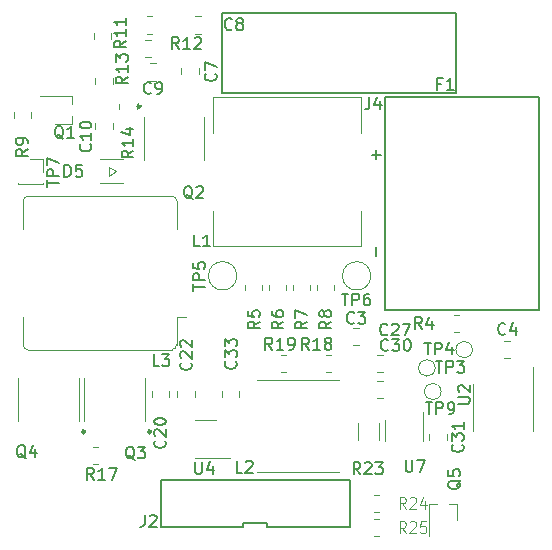
<source format=gbr>
%TF.GenerationSoftware,KiCad,Pcbnew,(6.0.4)*%
%TF.CreationDate,2023-01-27T10:26:40-05:00*%
%TF.ProjectId,charging_on_the_pad,63686172-6769-46e6-975f-6f6e5f746865,rev?*%
%TF.SameCoordinates,Original*%
%TF.FileFunction,Legend,Top*%
%TF.FilePolarity,Positive*%
%FSLAX46Y46*%
G04 Gerber Fmt 4.6, Leading zero omitted, Abs format (unit mm)*
G04 Created by KiCad (PCBNEW (6.0.4)) date 2023-01-27 10:26:40*
%MOMM*%
%LPD*%
G01*
G04 APERTURE LIST*
%ADD10C,0.152400*%
%ADD11C,0.150000*%
%ADD12C,0.120000*%
%ADD13C,0.260000*%
G04 APERTURE END LIST*
D10*
X154672571Y-97987047D02*
X154672571Y-97212952D01*
X155059619Y-97600000D02*
X154285523Y-97600000D01*
X154672571Y-106187047D02*
X154672571Y-105412952D01*
D11*
%TO.C,J2*%
X135059066Y-128108780D02*
X135059066Y-128823066D01*
X135011447Y-128965923D01*
X134916209Y-129061161D01*
X134773352Y-129108780D01*
X134678114Y-129108780D01*
X135487638Y-128204019D02*
X135535257Y-128156400D01*
X135630495Y-128108780D01*
X135868590Y-128108780D01*
X135963828Y-128156400D01*
X136011447Y-128204019D01*
X136059066Y-128299257D01*
X136059066Y-128394495D01*
X136011447Y-128537352D01*
X135440019Y-129108780D01*
X136059066Y-129108780D01*
%TO.C,C3*%
X152783333Y-111807142D02*
X152735714Y-111854761D01*
X152592857Y-111902380D01*
X152497619Y-111902380D01*
X152354761Y-111854761D01*
X152259523Y-111759523D01*
X152211904Y-111664285D01*
X152164285Y-111473809D01*
X152164285Y-111330952D01*
X152211904Y-111140476D01*
X152259523Y-111045238D01*
X152354761Y-110950000D01*
X152497619Y-110902380D01*
X152592857Y-110902380D01*
X152735714Y-110950000D01*
X152783333Y-110997619D01*
X153116666Y-110902380D02*
X153735714Y-110902380D01*
X153402380Y-111283333D01*
X153545238Y-111283333D01*
X153640476Y-111330952D01*
X153688095Y-111378571D01*
X153735714Y-111473809D01*
X153735714Y-111711904D01*
X153688095Y-111807142D01*
X153640476Y-111854761D01*
X153545238Y-111902380D01*
X153259523Y-111902380D01*
X153164285Y-111854761D01*
X153116666Y-111807142D01*
%TO.C,R23*%
X153306742Y-124644780D02*
X152973409Y-124168590D01*
X152735314Y-124644780D02*
X152735314Y-123644780D01*
X153116266Y-123644780D01*
X153211504Y-123692400D01*
X153259123Y-123740019D01*
X153306742Y-123835257D01*
X153306742Y-123978114D01*
X153259123Y-124073352D01*
X153211504Y-124120971D01*
X153116266Y-124168590D01*
X152735314Y-124168590D01*
X153687695Y-123740019D02*
X153735314Y-123692400D01*
X153830552Y-123644780D01*
X154068647Y-123644780D01*
X154163885Y-123692400D01*
X154211504Y-123740019D01*
X154259123Y-123835257D01*
X154259123Y-123930495D01*
X154211504Y-124073352D01*
X153640076Y-124644780D01*
X154259123Y-124644780D01*
X154592457Y-123644780D02*
X155211504Y-123644780D01*
X154878171Y-124025733D01*
X155021028Y-124025733D01*
X155116266Y-124073352D01*
X155163885Y-124120971D01*
X155211504Y-124216209D01*
X155211504Y-124454304D01*
X155163885Y-124549542D01*
X155116266Y-124597161D01*
X155021028Y-124644780D01*
X154735314Y-124644780D01*
X154640076Y-124597161D01*
X154592457Y-124549542D01*
%TO.C,L3*%
X136283333Y-115502380D02*
X135807142Y-115502380D01*
X135807142Y-114502380D01*
X136521428Y-114502380D02*
X137140476Y-114502380D01*
X136807142Y-114883333D01*
X136950000Y-114883333D01*
X137045238Y-114930952D01*
X137092857Y-114978571D01*
X137140476Y-115073809D01*
X137140476Y-115311904D01*
X137092857Y-115407142D01*
X137045238Y-115454761D01*
X136950000Y-115502380D01*
X136664285Y-115502380D01*
X136569047Y-115454761D01*
X136521428Y-115407142D01*
%TO.C,C30*%
X155657142Y-114107142D02*
X155609523Y-114154761D01*
X155466666Y-114202380D01*
X155371428Y-114202380D01*
X155228571Y-114154761D01*
X155133333Y-114059523D01*
X155085714Y-113964285D01*
X155038095Y-113773809D01*
X155038095Y-113630952D01*
X155085714Y-113440476D01*
X155133333Y-113345238D01*
X155228571Y-113250000D01*
X155371428Y-113202380D01*
X155466666Y-113202380D01*
X155609523Y-113250000D01*
X155657142Y-113297619D01*
X155990476Y-113202380D02*
X156609523Y-113202380D01*
X156276190Y-113583333D01*
X156419047Y-113583333D01*
X156514285Y-113630952D01*
X156561904Y-113678571D01*
X156609523Y-113773809D01*
X156609523Y-114011904D01*
X156561904Y-114107142D01*
X156514285Y-114154761D01*
X156419047Y-114202380D01*
X156133333Y-114202380D01*
X156038095Y-114154761D01*
X155990476Y-114107142D01*
X157228571Y-113202380D02*
X157323809Y-113202380D01*
X157419047Y-113250000D01*
X157466666Y-113297619D01*
X157514285Y-113392857D01*
X157561904Y-113583333D01*
X157561904Y-113821428D01*
X157514285Y-114011904D01*
X157466666Y-114107142D01*
X157419047Y-114154761D01*
X157323809Y-114202380D01*
X157228571Y-114202380D01*
X157133333Y-114154761D01*
X157085714Y-114107142D01*
X157038095Y-114011904D01*
X156990476Y-113821428D01*
X156990476Y-113583333D01*
X157038095Y-113392857D01*
X157085714Y-113297619D01*
X157133333Y-113250000D01*
X157228571Y-113202380D01*
%TO.C,R9*%
X125152380Y-97116666D02*
X124676190Y-97450000D01*
X125152380Y-97688095D02*
X124152380Y-97688095D01*
X124152380Y-97307142D01*
X124200000Y-97211904D01*
X124247619Y-97164285D01*
X124342857Y-97116666D01*
X124485714Y-97116666D01*
X124580952Y-97164285D01*
X124628571Y-97211904D01*
X124676190Y-97307142D01*
X124676190Y-97688095D01*
X125152380Y-96640476D02*
X125152380Y-96450000D01*
X125104761Y-96354761D01*
X125057142Y-96307142D01*
X124914285Y-96211904D01*
X124723809Y-96164285D01*
X124342857Y-96164285D01*
X124247619Y-96211904D01*
X124200000Y-96259523D01*
X124152380Y-96354761D01*
X124152380Y-96545238D01*
X124200000Y-96640476D01*
X124247619Y-96688095D01*
X124342857Y-96735714D01*
X124580952Y-96735714D01*
X124676190Y-96688095D01*
X124723809Y-96640476D01*
X124771428Y-96545238D01*
X124771428Y-96354761D01*
X124723809Y-96259523D01*
X124676190Y-96211904D01*
X124580952Y-96164285D01*
%TO.C,C31*%
X161957142Y-122142857D02*
X162004761Y-122190476D01*
X162052380Y-122333333D01*
X162052380Y-122428571D01*
X162004761Y-122571428D01*
X161909523Y-122666666D01*
X161814285Y-122714285D01*
X161623809Y-122761904D01*
X161480952Y-122761904D01*
X161290476Y-122714285D01*
X161195238Y-122666666D01*
X161100000Y-122571428D01*
X161052380Y-122428571D01*
X161052380Y-122333333D01*
X161100000Y-122190476D01*
X161147619Y-122142857D01*
X161052380Y-121809523D02*
X161052380Y-121190476D01*
X161433333Y-121523809D01*
X161433333Y-121380952D01*
X161480952Y-121285714D01*
X161528571Y-121238095D01*
X161623809Y-121190476D01*
X161861904Y-121190476D01*
X161957142Y-121238095D01*
X162004761Y-121285714D01*
X162052380Y-121380952D01*
X162052380Y-121666666D01*
X162004761Y-121761904D01*
X161957142Y-121809523D01*
X162052380Y-120238095D02*
X162052380Y-120809523D01*
X162052380Y-120523809D02*
X161052380Y-120523809D01*
X161195238Y-120619047D01*
X161290476Y-120714285D01*
X161338095Y-120809523D01*
%TO.C,R11*%
X133452380Y-87942857D02*
X132976190Y-88276190D01*
X133452380Y-88514285D02*
X132452380Y-88514285D01*
X132452380Y-88133333D01*
X132500000Y-88038095D01*
X132547619Y-87990476D01*
X132642857Y-87942857D01*
X132785714Y-87942857D01*
X132880952Y-87990476D01*
X132928571Y-88038095D01*
X132976190Y-88133333D01*
X132976190Y-88514285D01*
X133452380Y-86990476D02*
X133452380Y-87561904D01*
X133452380Y-87276190D02*
X132452380Y-87276190D01*
X132595238Y-87371428D01*
X132690476Y-87466666D01*
X132738095Y-87561904D01*
X133452380Y-86038095D02*
X133452380Y-86609523D01*
X133452380Y-86323809D02*
X132452380Y-86323809D01*
X132595238Y-86419047D01*
X132690476Y-86514285D01*
X132738095Y-86609523D01*
%TO.C,Q5*%
X161840019Y-125151638D02*
X161792400Y-125246876D01*
X161697161Y-125342114D01*
X161554304Y-125484971D01*
X161506685Y-125580209D01*
X161506685Y-125675447D01*
X161744780Y-125627828D02*
X161697161Y-125723066D01*
X161601923Y-125818304D01*
X161411447Y-125865923D01*
X161078114Y-125865923D01*
X160887638Y-125818304D01*
X160792400Y-125723066D01*
X160744780Y-125627828D01*
X160744780Y-125437352D01*
X160792400Y-125342114D01*
X160887638Y-125246876D01*
X161078114Y-125199257D01*
X161411447Y-125199257D01*
X161601923Y-125246876D01*
X161697161Y-125342114D01*
X161744780Y-125437352D01*
X161744780Y-125627828D01*
X160744780Y-124294495D02*
X160744780Y-124770685D01*
X161220971Y-124818304D01*
X161173352Y-124770685D01*
X161125733Y-124675447D01*
X161125733Y-124437352D01*
X161173352Y-124342114D01*
X161220971Y-124294495D01*
X161316209Y-124246876D01*
X161554304Y-124246876D01*
X161649542Y-124294495D01*
X161697161Y-124342114D01*
X161744780Y-124437352D01*
X161744780Y-124675447D01*
X161697161Y-124770685D01*
X161649542Y-124818304D01*
%TO.C,C4*%
X165593733Y-112748542D02*
X165546114Y-112796161D01*
X165403257Y-112843780D01*
X165308019Y-112843780D01*
X165165161Y-112796161D01*
X165069923Y-112700923D01*
X165022304Y-112605685D01*
X164974685Y-112415209D01*
X164974685Y-112272352D01*
X165022304Y-112081876D01*
X165069923Y-111986638D01*
X165165161Y-111891400D01*
X165308019Y-111843780D01*
X165403257Y-111843780D01*
X165546114Y-111891400D01*
X165593733Y-111939019D01*
X166450876Y-112177114D02*
X166450876Y-112843780D01*
X166212780Y-111796161D02*
X165974685Y-112510447D01*
X166593733Y-112510447D01*
%TO.C,TP3*%
X159688095Y-115052380D02*
X160259523Y-115052380D01*
X159973809Y-116052380D02*
X159973809Y-115052380D01*
X160592857Y-116052380D02*
X160592857Y-115052380D01*
X160973809Y-115052380D01*
X161069047Y-115100000D01*
X161116666Y-115147619D01*
X161164285Y-115242857D01*
X161164285Y-115385714D01*
X161116666Y-115480952D01*
X161069047Y-115528571D01*
X160973809Y-115576190D01*
X160592857Y-115576190D01*
X161497619Y-115052380D02*
X162116666Y-115052380D01*
X161783333Y-115433333D01*
X161926190Y-115433333D01*
X162021428Y-115480952D01*
X162069047Y-115528571D01*
X162116666Y-115623809D01*
X162116666Y-115861904D01*
X162069047Y-115957142D01*
X162021428Y-116004761D01*
X161926190Y-116052380D01*
X161640476Y-116052380D01*
X161545238Y-116004761D01*
X161497619Y-115957142D01*
%TO.C,U4*%
X139330495Y-123608780D02*
X139330495Y-124418304D01*
X139378114Y-124513542D01*
X139425733Y-124561161D01*
X139520971Y-124608780D01*
X139711447Y-124608780D01*
X139806685Y-124561161D01*
X139854304Y-124513542D01*
X139901923Y-124418304D01*
X139901923Y-123608780D01*
X140806685Y-123942114D02*
X140806685Y-124608780D01*
X140568590Y-123561161D02*
X140330495Y-124275447D01*
X140949542Y-124275447D01*
%TO.C,Q4*%
X124997161Y-123304019D02*
X124901923Y-123256400D01*
X124806685Y-123161161D01*
X124663828Y-123018304D01*
X124568590Y-122970685D01*
X124473352Y-122970685D01*
X124520971Y-123208780D02*
X124425733Y-123161161D01*
X124330495Y-123065923D01*
X124282876Y-122875447D01*
X124282876Y-122542114D01*
X124330495Y-122351638D01*
X124425733Y-122256400D01*
X124520971Y-122208780D01*
X124711447Y-122208780D01*
X124806685Y-122256400D01*
X124901923Y-122351638D01*
X124949542Y-122542114D01*
X124949542Y-122875447D01*
X124901923Y-123065923D01*
X124806685Y-123161161D01*
X124711447Y-123208780D01*
X124520971Y-123208780D01*
X125806685Y-122542114D02*
X125806685Y-123208780D01*
X125568590Y-122161161D02*
X125330495Y-122875447D01*
X125949542Y-122875447D01*
%TO.C,R6*%
X146794780Y-111723066D02*
X146318590Y-112056400D01*
X146794780Y-112294495D02*
X145794780Y-112294495D01*
X145794780Y-111913542D01*
X145842400Y-111818304D01*
X145890019Y-111770685D01*
X145985257Y-111723066D01*
X146128114Y-111723066D01*
X146223352Y-111770685D01*
X146270971Y-111818304D01*
X146318590Y-111913542D01*
X146318590Y-112294495D01*
X145794780Y-110865923D02*
X145794780Y-111056400D01*
X145842400Y-111151638D01*
X145890019Y-111199257D01*
X146032876Y-111294495D01*
X146223352Y-111342114D01*
X146604304Y-111342114D01*
X146699542Y-111294495D01*
X146747161Y-111246876D01*
X146794780Y-111151638D01*
X146794780Y-110961161D01*
X146747161Y-110865923D01*
X146699542Y-110818304D01*
X146604304Y-110770685D01*
X146366209Y-110770685D01*
X146270971Y-110818304D01*
X146223352Y-110865923D01*
X146175733Y-110961161D01*
X146175733Y-111151638D01*
X146223352Y-111246876D01*
X146270971Y-111294495D01*
X146366209Y-111342114D01*
%TO.C,R18*%
X148949542Y-114108780D02*
X148616209Y-113632590D01*
X148378114Y-114108780D02*
X148378114Y-113108780D01*
X148759066Y-113108780D01*
X148854304Y-113156400D01*
X148901923Y-113204019D01*
X148949542Y-113299257D01*
X148949542Y-113442114D01*
X148901923Y-113537352D01*
X148854304Y-113584971D01*
X148759066Y-113632590D01*
X148378114Y-113632590D01*
X149901923Y-114108780D02*
X149330495Y-114108780D01*
X149616209Y-114108780D02*
X149616209Y-113108780D01*
X149520971Y-113251638D01*
X149425733Y-113346876D01*
X149330495Y-113394495D01*
X150473352Y-113537352D02*
X150378114Y-113489733D01*
X150330495Y-113442114D01*
X150282876Y-113346876D01*
X150282876Y-113299257D01*
X150330495Y-113204019D01*
X150378114Y-113156400D01*
X150473352Y-113108780D01*
X150663828Y-113108780D01*
X150759066Y-113156400D01*
X150806685Y-113204019D01*
X150854304Y-113299257D01*
X150854304Y-113346876D01*
X150806685Y-113442114D01*
X150759066Y-113489733D01*
X150663828Y-113537352D01*
X150473352Y-113537352D01*
X150378114Y-113584971D01*
X150330495Y-113632590D01*
X150282876Y-113727828D01*
X150282876Y-113918304D01*
X150330495Y-114013542D01*
X150378114Y-114061161D01*
X150473352Y-114108780D01*
X150663828Y-114108780D01*
X150759066Y-114061161D01*
X150806685Y-114013542D01*
X150854304Y-113918304D01*
X150854304Y-113727828D01*
X150806685Y-113632590D01*
X150759066Y-113584971D01*
X150663828Y-113537352D01*
%TO.C,C9*%
X135583333Y-92357142D02*
X135535714Y-92404761D01*
X135392857Y-92452380D01*
X135297619Y-92452380D01*
X135154761Y-92404761D01*
X135059523Y-92309523D01*
X135011904Y-92214285D01*
X134964285Y-92023809D01*
X134964285Y-91880952D01*
X135011904Y-91690476D01*
X135059523Y-91595238D01*
X135154761Y-91500000D01*
X135297619Y-91452380D01*
X135392857Y-91452380D01*
X135535714Y-91500000D01*
X135583333Y-91547619D01*
X136059523Y-92452380D02*
X136250000Y-92452380D01*
X136345238Y-92404761D01*
X136392857Y-92357142D01*
X136488095Y-92214285D01*
X136535714Y-92023809D01*
X136535714Y-91642857D01*
X136488095Y-91547619D01*
X136440476Y-91500000D01*
X136345238Y-91452380D01*
X136154761Y-91452380D01*
X136059523Y-91500000D01*
X136011904Y-91547619D01*
X135964285Y-91642857D01*
X135964285Y-91880952D01*
X136011904Y-91976190D01*
X136059523Y-92023809D01*
X136154761Y-92071428D01*
X136345238Y-92071428D01*
X136440476Y-92023809D01*
X136488095Y-91976190D01*
X136535714Y-91880952D01*
%TO.C,J4*%
X154066666Y-92752380D02*
X154066666Y-93466666D01*
X154019047Y-93609523D01*
X153923809Y-93704761D01*
X153780952Y-93752380D01*
X153685714Y-93752380D01*
X154971428Y-93085714D02*
X154971428Y-93752380D01*
X154733333Y-92704761D02*
X154495238Y-93419047D01*
X155114285Y-93419047D01*
%TO.C,TP6*%
X151738095Y-109352380D02*
X152309523Y-109352380D01*
X152023809Y-110352380D02*
X152023809Y-109352380D01*
X152642857Y-110352380D02*
X152642857Y-109352380D01*
X153023809Y-109352380D01*
X153119047Y-109400000D01*
X153166666Y-109447619D01*
X153214285Y-109542857D01*
X153214285Y-109685714D01*
X153166666Y-109780952D01*
X153119047Y-109828571D01*
X153023809Y-109876190D01*
X152642857Y-109876190D01*
X154071428Y-109352380D02*
X153880952Y-109352380D01*
X153785714Y-109400000D01*
X153738095Y-109447619D01*
X153642857Y-109590476D01*
X153595238Y-109780952D01*
X153595238Y-110161904D01*
X153642857Y-110257142D01*
X153690476Y-110304761D01*
X153785714Y-110352380D01*
X153976190Y-110352380D01*
X154071428Y-110304761D01*
X154119047Y-110257142D01*
X154166666Y-110161904D01*
X154166666Y-109923809D01*
X154119047Y-109828571D01*
X154071428Y-109780952D01*
X153976190Y-109733333D01*
X153785714Y-109733333D01*
X153690476Y-109780952D01*
X153642857Y-109828571D01*
X153595238Y-109923809D01*
%TO.C,C33*%
X142749542Y-115099257D02*
X142797161Y-115146876D01*
X142844780Y-115289733D01*
X142844780Y-115384971D01*
X142797161Y-115527828D01*
X142701923Y-115623066D01*
X142606685Y-115670685D01*
X142416209Y-115718304D01*
X142273352Y-115718304D01*
X142082876Y-115670685D01*
X141987638Y-115623066D01*
X141892400Y-115527828D01*
X141844780Y-115384971D01*
X141844780Y-115289733D01*
X141892400Y-115146876D01*
X141940019Y-115099257D01*
X141844780Y-114765923D02*
X141844780Y-114146876D01*
X142225733Y-114480209D01*
X142225733Y-114337352D01*
X142273352Y-114242114D01*
X142320971Y-114194495D01*
X142416209Y-114146876D01*
X142654304Y-114146876D01*
X142749542Y-114194495D01*
X142797161Y-114242114D01*
X142844780Y-114337352D01*
X142844780Y-114623066D01*
X142797161Y-114718304D01*
X142749542Y-114765923D01*
X141844780Y-113813542D02*
X141844780Y-113194495D01*
X142225733Y-113527828D01*
X142225733Y-113384971D01*
X142273352Y-113289733D01*
X142320971Y-113242114D01*
X142416209Y-113194495D01*
X142654304Y-113194495D01*
X142749542Y-113242114D01*
X142797161Y-113289733D01*
X142844780Y-113384971D01*
X142844780Y-113670685D01*
X142797161Y-113765923D01*
X142749542Y-113813542D01*
%TO.C,TP7*%
X126802380Y-100311904D02*
X126802380Y-99740476D01*
X127802380Y-100026190D02*
X126802380Y-100026190D01*
X127802380Y-99407142D02*
X126802380Y-99407142D01*
X126802380Y-99026190D01*
X126850000Y-98930952D01*
X126897619Y-98883333D01*
X126992857Y-98835714D01*
X127135714Y-98835714D01*
X127230952Y-98883333D01*
X127278571Y-98930952D01*
X127326190Y-99026190D01*
X127326190Y-99407142D01*
X126802380Y-98502380D02*
X126802380Y-97835714D01*
X127802380Y-98264285D01*
%TO.C,R8*%
X150844780Y-111723066D02*
X150368590Y-112056400D01*
X150844780Y-112294495D02*
X149844780Y-112294495D01*
X149844780Y-111913542D01*
X149892400Y-111818304D01*
X149940019Y-111770685D01*
X150035257Y-111723066D01*
X150178114Y-111723066D01*
X150273352Y-111770685D01*
X150320971Y-111818304D01*
X150368590Y-111913542D01*
X150368590Y-112294495D01*
X150273352Y-111151638D02*
X150225733Y-111246876D01*
X150178114Y-111294495D01*
X150082876Y-111342114D01*
X150035257Y-111342114D01*
X149940019Y-111294495D01*
X149892400Y-111246876D01*
X149844780Y-111151638D01*
X149844780Y-110961161D01*
X149892400Y-110865923D01*
X149940019Y-110818304D01*
X150035257Y-110770685D01*
X150082876Y-110770685D01*
X150178114Y-110818304D01*
X150225733Y-110865923D01*
X150273352Y-110961161D01*
X150273352Y-111151638D01*
X150320971Y-111246876D01*
X150368590Y-111294495D01*
X150463828Y-111342114D01*
X150654304Y-111342114D01*
X150749542Y-111294495D01*
X150797161Y-111246876D01*
X150844780Y-111151638D01*
X150844780Y-110961161D01*
X150797161Y-110865923D01*
X150749542Y-110818304D01*
X150654304Y-110770685D01*
X150463828Y-110770685D01*
X150368590Y-110818304D01*
X150320971Y-110865923D01*
X150273352Y-110961161D01*
%TO.C,Q1*%
X128173161Y-96247619D02*
X128077923Y-96200000D01*
X127982685Y-96104761D01*
X127839828Y-95961904D01*
X127744590Y-95914285D01*
X127649352Y-95914285D01*
X127696971Y-96152380D02*
X127601733Y-96104761D01*
X127506495Y-96009523D01*
X127458876Y-95819047D01*
X127458876Y-95485714D01*
X127506495Y-95295238D01*
X127601733Y-95200000D01*
X127696971Y-95152380D01*
X127887447Y-95152380D01*
X127982685Y-95200000D01*
X128077923Y-95295238D01*
X128125542Y-95485714D01*
X128125542Y-95819047D01*
X128077923Y-96009523D01*
X127982685Y-96104761D01*
X127887447Y-96152380D01*
X127696971Y-96152380D01*
X129077923Y-96152380D02*
X128506495Y-96152380D01*
X128792209Y-96152380D02*
X128792209Y-95152380D01*
X128696971Y-95295238D01*
X128601733Y-95390476D01*
X128506495Y-95438095D01*
%TO.C,U2*%
X161602380Y-118661904D02*
X162411904Y-118661904D01*
X162507142Y-118614285D01*
X162554761Y-118566666D01*
X162602380Y-118471428D01*
X162602380Y-118280952D01*
X162554761Y-118185714D01*
X162507142Y-118138095D01*
X162411904Y-118090476D01*
X161602380Y-118090476D01*
X161697619Y-117661904D02*
X161650000Y-117614285D01*
X161602380Y-117519047D01*
X161602380Y-117280952D01*
X161650000Y-117185714D01*
X161697619Y-117138095D01*
X161792857Y-117090476D01*
X161888095Y-117090476D01*
X162030952Y-117138095D01*
X162602380Y-117709523D01*
X162602380Y-117090476D01*
%TO.C,Q2*%
X139104761Y-101347619D02*
X139009523Y-101300000D01*
X138914285Y-101204761D01*
X138771428Y-101061904D01*
X138676190Y-101014285D01*
X138580952Y-101014285D01*
X138628571Y-101252380D02*
X138533333Y-101204761D01*
X138438095Y-101109523D01*
X138390476Y-100919047D01*
X138390476Y-100585714D01*
X138438095Y-100395238D01*
X138533333Y-100300000D01*
X138628571Y-100252380D01*
X138819047Y-100252380D01*
X138914285Y-100300000D01*
X139009523Y-100395238D01*
X139057142Y-100585714D01*
X139057142Y-100919047D01*
X139009523Y-101109523D01*
X138914285Y-101204761D01*
X138819047Y-101252380D01*
X138628571Y-101252380D01*
X139438095Y-100347619D02*
X139485714Y-100300000D01*
X139580952Y-100252380D01*
X139819047Y-100252380D01*
X139914285Y-100300000D01*
X139961904Y-100347619D01*
X140009523Y-100442857D01*
X140009523Y-100538095D01*
X139961904Y-100680952D01*
X139390476Y-101252380D01*
X140009523Y-101252380D01*
%TO.C,C7*%
X141049542Y-90723066D02*
X141097161Y-90770685D01*
X141144780Y-90913542D01*
X141144780Y-91008780D01*
X141097161Y-91151638D01*
X141001923Y-91246876D01*
X140906685Y-91294495D01*
X140716209Y-91342114D01*
X140573352Y-91342114D01*
X140382876Y-91294495D01*
X140287638Y-91246876D01*
X140192400Y-91151638D01*
X140144780Y-91008780D01*
X140144780Y-90913542D01*
X140192400Y-90770685D01*
X140240019Y-90723066D01*
X140144780Y-90389733D02*
X140144780Y-89723066D01*
X141144780Y-90151638D01*
%TO.C,F1*%
X160159066Y-91584971D02*
X159825733Y-91584971D01*
X159825733Y-92108780D02*
X159825733Y-91108780D01*
X160301923Y-91108780D01*
X161206685Y-92108780D02*
X160635257Y-92108780D01*
X160920971Y-92108780D02*
X160920971Y-91108780D01*
X160825733Y-91251638D01*
X160730495Y-91346876D01*
X160635257Y-91394495D01*
%TO.C,L2*%
X143325733Y-124508780D02*
X142849542Y-124508780D01*
X142849542Y-123508780D01*
X143611447Y-123604019D02*
X143659066Y-123556400D01*
X143754304Y-123508780D01*
X143992400Y-123508780D01*
X144087638Y-123556400D01*
X144135257Y-123604019D01*
X144182876Y-123699257D01*
X144182876Y-123794495D01*
X144135257Y-123937352D01*
X143563828Y-124508780D01*
X144182876Y-124508780D01*
%TO.C,C22*%
X138949542Y-115199257D02*
X138997161Y-115246876D01*
X139044780Y-115389733D01*
X139044780Y-115484971D01*
X138997161Y-115627828D01*
X138901923Y-115723066D01*
X138806685Y-115770685D01*
X138616209Y-115818304D01*
X138473352Y-115818304D01*
X138282876Y-115770685D01*
X138187638Y-115723066D01*
X138092400Y-115627828D01*
X138044780Y-115484971D01*
X138044780Y-115389733D01*
X138092400Y-115246876D01*
X138140019Y-115199257D01*
X138140019Y-114818304D02*
X138092400Y-114770685D01*
X138044780Y-114675447D01*
X138044780Y-114437352D01*
X138092400Y-114342114D01*
X138140019Y-114294495D01*
X138235257Y-114246876D01*
X138330495Y-114246876D01*
X138473352Y-114294495D01*
X139044780Y-114865923D01*
X139044780Y-114246876D01*
X138140019Y-113865923D02*
X138092400Y-113818304D01*
X138044780Y-113723066D01*
X138044780Y-113484971D01*
X138092400Y-113389733D01*
X138140019Y-113342114D01*
X138235257Y-113294495D01*
X138330495Y-113294495D01*
X138473352Y-113342114D01*
X139044780Y-113913542D01*
X139044780Y-113294495D01*
%TO.C,TP5*%
X139152380Y-109111904D02*
X139152380Y-108540476D01*
X140152380Y-108826190D02*
X139152380Y-108826190D01*
X140152380Y-108207142D02*
X139152380Y-108207142D01*
X139152380Y-107826190D01*
X139200000Y-107730952D01*
X139247619Y-107683333D01*
X139342857Y-107635714D01*
X139485714Y-107635714D01*
X139580952Y-107683333D01*
X139628571Y-107730952D01*
X139676190Y-107826190D01*
X139676190Y-108207142D01*
X139152380Y-106730952D02*
X139152380Y-107207142D01*
X139628571Y-107254761D01*
X139580952Y-107207142D01*
X139533333Y-107111904D01*
X139533333Y-106873809D01*
X139580952Y-106778571D01*
X139628571Y-106730952D01*
X139723809Y-106683333D01*
X139961904Y-106683333D01*
X140057142Y-106730952D01*
X140104761Y-106778571D01*
X140152380Y-106873809D01*
X140152380Y-107111904D01*
X140104761Y-107207142D01*
X140057142Y-107254761D01*
%TO.C,R7*%
X148794780Y-111723066D02*
X148318590Y-112056400D01*
X148794780Y-112294495D02*
X147794780Y-112294495D01*
X147794780Y-111913542D01*
X147842400Y-111818304D01*
X147890019Y-111770685D01*
X147985257Y-111723066D01*
X148128114Y-111723066D01*
X148223352Y-111770685D01*
X148270971Y-111818304D01*
X148318590Y-111913542D01*
X148318590Y-112294495D01*
X147794780Y-111389733D02*
X147794780Y-110723066D01*
X148794780Y-111151638D01*
%TO.C,C20*%
X136749542Y-121799257D02*
X136797161Y-121846876D01*
X136844780Y-121989733D01*
X136844780Y-122084971D01*
X136797161Y-122227828D01*
X136701923Y-122323066D01*
X136606685Y-122370685D01*
X136416209Y-122418304D01*
X136273352Y-122418304D01*
X136082876Y-122370685D01*
X135987638Y-122323066D01*
X135892400Y-122227828D01*
X135844780Y-122084971D01*
X135844780Y-121989733D01*
X135892400Y-121846876D01*
X135940019Y-121799257D01*
X135940019Y-121418304D02*
X135892400Y-121370685D01*
X135844780Y-121275447D01*
X135844780Y-121037352D01*
X135892400Y-120942114D01*
X135940019Y-120894495D01*
X136035257Y-120846876D01*
X136130495Y-120846876D01*
X136273352Y-120894495D01*
X136844780Y-121465923D01*
X136844780Y-120846876D01*
X135844780Y-120227828D02*
X135844780Y-120132590D01*
X135892400Y-120037352D01*
X135940019Y-119989733D01*
X136035257Y-119942114D01*
X136225733Y-119894495D01*
X136463828Y-119894495D01*
X136654304Y-119942114D01*
X136749542Y-119989733D01*
X136797161Y-120037352D01*
X136844780Y-120132590D01*
X136844780Y-120227828D01*
X136797161Y-120323066D01*
X136749542Y-120370685D01*
X136654304Y-120418304D01*
X136463828Y-120465923D01*
X136225733Y-120465923D01*
X136035257Y-120418304D01*
X135940019Y-120370685D01*
X135892400Y-120323066D01*
X135844780Y-120227828D01*
%TO.C,D5*%
X128254304Y-99458780D02*
X128254304Y-98458780D01*
X128492400Y-98458780D01*
X128635257Y-98506400D01*
X128730495Y-98601638D01*
X128778114Y-98696876D01*
X128825733Y-98887352D01*
X128825733Y-99030209D01*
X128778114Y-99220685D01*
X128730495Y-99315923D01*
X128635257Y-99411161D01*
X128492400Y-99458780D01*
X128254304Y-99458780D01*
X129730495Y-98458780D02*
X129254304Y-98458780D01*
X129206685Y-98934971D01*
X129254304Y-98887352D01*
X129349542Y-98839733D01*
X129587638Y-98839733D01*
X129682876Y-98887352D01*
X129730495Y-98934971D01*
X129778114Y-99030209D01*
X129778114Y-99268304D01*
X129730495Y-99363542D01*
X129682876Y-99411161D01*
X129587638Y-99458780D01*
X129349542Y-99458780D01*
X129254304Y-99411161D01*
X129206685Y-99363542D01*
%TO.C,TP4*%
X158738095Y-113502380D02*
X159309523Y-113502380D01*
X159023809Y-114502380D02*
X159023809Y-113502380D01*
X159642857Y-114502380D02*
X159642857Y-113502380D01*
X160023809Y-113502380D01*
X160119047Y-113550000D01*
X160166666Y-113597619D01*
X160214285Y-113692857D01*
X160214285Y-113835714D01*
X160166666Y-113930952D01*
X160119047Y-113978571D01*
X160023809Y-114026190D01*
X159642857Y-114026190D01*
X161071428Y-113835714D02*
X161071428Y-114502380D01*
X160833333Y-113454761D02*
X160595238Y-114169047D01*
X161214285Y-114169047D01*
%TO.C,U7*%
X157138095Y-123452380D02*
X157138095Y-124261904D01*
X157185714Y-124357142D01*
X157233333Y-124404761D01*
X157328571Y-124452380D01*
X157519047Y-124452380D01*
X157614285Y-124404761D01*
X157661904Y-124357142D01*
X157709523Y-124261904D01*
X157709523Y-123452380D01*
X158090476Y-123452380D02*
X158757142Y-123452380D01*
X158328571Y-124452380D01*
%TO.C,TP9*%
X158838095Y-118552380D02*
X159409523Y-118552380D01*
X159123809Y-119552380D02*
X159123809Y-118552380D01*
X159742857Y-119552380D02*
X159742857Y-118552380D01*
X160123809Y-118552380D01*
X160219047Y-118600000D01*
X160266666Y-118647619D01*
X160314285Y-118742857D01*
X160314285Y-118885714D01*
X160266666Y-118980952D01*
X160219047Y-119028571D01*
X160123809Y-119076190D01*
X159742857Y-119076190D01*
X160790476Y-119552380D02*
X160980952Y-119552380D01*
X161076190Y-119504761D01*
X161123809Y-119457142D01*
X161219047Y-119314285D01*
X161266666Y-119123809D01*
X161266666Y-118742857D01*
X161219047Y-118647619D01*
X161171428Y-118600000D01*
X161076190Y-118552380D01*
X160885714Y-118552380D01*
X160790476Y-118600000D01*
X160742857Y-118647619D01*
X160695238Y-118742857D01*
X160695238Y-118980952D01*
X160742857Y-119076190D01*
X160790476Y-119123809D01*
X160885714Y-119171428D01*
X161076190Y-119171428D01*
X161171428Y-119123809D01*
X161219047Y-119076190D01*
X161266666Y-118980952D01*
D12*
%TO.C,R25*%
X157171428Y-129636780D02*
X156871428Y-129160590D01*
X156657142Y-129636780D02*
X156657142Y-128636780D01*
X157000000Y-128636780D01*
X157085714Y-128684400D01*
X157128571Y-128732019D01*
X157171428Y-128827257D01*
X157171428Y-128970114D01*
X157128571Y-129065352D01*
X157085714Y-129112971D01*
X157000000Y-129160590D01*
X156657142Y-129160590D01*
X157514285Y-128732019D02*
X157557142Y-128684400D01*
X157642857Y-128636780D01*
X157857142Y-128636780D01*
X157942857Y-128684400D01*
X157985714Y-128732019D01*
X158028571Y-128827257D01*
X158028571Y-128922495D01*
X157985714Y-129065352D01*
X157471428Y-129636780D01*
X158028571Y-129636780D01*
X158842857Y-128636780D02*
X158414285Y-128636780D01*
X158371428Y-129112971D01*
X158414285Y-129065352D01*
X158500000Y-129017733D01*
X158714285Y-129017733D01*
X158800000Y-129065352D01*
X158842857Y-129112971D01*
X158885714Y-129208209D01*
X158885714Y-129446304D01*
X158842857Y-129541542D01*
X158800000Y-129589161D01*
X158714285Y-129636780D01*
X158500000Y-129636780D01*
X158414285Y-129589161D01*
X158371428Y-129541542D01*
D11*
%TO.C,R13*%
X133602380Y-90992857D02*
X133126190Y-91326190D01*
X133602380Y-91564285D02*
X132602380Y-91564285D01*
X132602380Y-91183333D01*
X132650000Y-91088095D01*
X132697619Y-91040476D01*
X132792857Y-90992857D01*
X132935714Y-90992857D01*
X133030952Y-91040476D01*
X133078571Y-91088095D01*
X133126190Y-91183333D01*
X133126190Y-91564285D01*
X133602380Y-90040476D02*
X133602380Y-90611904D01*
X133602380Y-90326190D02*
X132602380Y-90326190D01*
X132745238Y-90421428D01*
X132840476Y-90516666D01*
X132888095Y-90611904D01*
X132602380Y-89707142D02*
X132602380Y-89088095D01*
X132983333Y-89421428D01*
X132983333Y-89278571D01*
X133030952Y-89183333D01*
X133078571Y-89135714D01*
X133173809Y-89088095D01*
X133411904Y-89088095D01*
X133507142Y-89135714D01*
X133554761Y-89183333D01*
X133602380Y-89278571D01*
X133602380Y-89564285D01*
X133554761Y-89659523D01*
X133507142Y-89707142D01*
%TO.C,Q3*%
X134197161Y-123404019D02*
X134101923Y-123356400D01*
X134006685Y-123261161D01*
X133863828Y-123118304D01*
X133768590Y-123070685D01*
X133673352Y-123070685D01*
X133720971Y-123308780D02*
X133625733Y-123261161D01*
X133530495Y-123165923D01*
X133482876Y-122975447D01*
X133482876Y-122642114D01*
X133530495Y-122451638D01*
X133625733Y-122356400D01*
X133720971Y-122308780D01*
X133911447Y-122308780D01*
X134006685Y-122356400D01*
X134101923Y-122451638D01*
X134149542Y-122642114D01*
X134149542Y-122975447D01*
X134101923Y-123165923D01*
X134006685Y-123261161D01*
X133911447Y-123308780D01*
X133720971Y-123308780D01*
X134482876Y-122308780D02*
X135101923Y-122308780D01*
X134768590Y-122689733D01*
X134911447Y-122689733D01*
X135006685Y-122737352D01*
X135054304Y-122784971D01*
X135101923Y-122880209D01*
X135101923Y-123118304D01*
X135054304Y-123213542D01*
X135006685Y-123261161D01*
X134911447Y-123308780D01*
X134625733Y-123308780D01*
X134530495Y-123261161D01*
X134482876Y-123213542D01*
D12*
%TO.C,R24*%
X157171428Y-127602380D02*
X156871428Y-127126190D01*
X156657142Y-127602380D02*
X156657142Y-126602380D01*
X157000000Y-126602380D01*
X157085714Y-126650000D01*
X157128571Y-126697619D01*
X157171428Y-126792857D01*
X157171428Y-126935714D01*
X157128571Y-127030952D01*
X157085714Y-127078571D01*
X157000000Y-127126190D01*
X156657142Y-127126190D01*
X157514285Y-126697619D02*
X157557142Y-126650000D01*
X157642857Y-126602380D01*
X157857142Y-126602380D01*
X157942857Y-126650000D01*
X157985714Y-126697619D01*
X158028571Y-126792857D01*
X158028571Y-126888095D01*
X157985714Y-127030952D01*
X157471428Y-127602380D01*
X158028571Y-127602380D01*
X158800000Y-126935714D02*
X158800000Y-127602380D01*
X158585714Y-126554761D02*
X158371428Y-127269047D01*
X158928571Y-127269047D01*
D11*
%TO.C,R12*%
X137957142Y-88652380D02*
X137623809Y-88176190D01*
X137385714Y-88652380D02*
X137385714Y-87652380D01*
X137766666Y-87652380D01*
X137861904Y-87700000D01*
X137909523Y-87747619D01*
X137957142Y-87842857D01*
X137957142Y-87985714D01*
X137909523Y-88080952D01*
X137861904Y-88128571D01*
X137766666Y-88176190D01*
X137385714Y-88176190D01*
X138909523Y-88652380D02*
X138338095Y-88652380D01*
X138623809Y-88652380D02*
X138623809Y-87652380D01*
X138528571Y-87795238D01*
X138433333Y-87890476D01*
X138338095Y-87938095D01*
X139290476Y-87747619D02*
X139338095Y-87700000D01*
X139433333Y-87652380D01*
X139671428Y-87652380D01*
X139766666Y-87700000D01*
X139814285Y-87747619D01*
X139861904Y-87842857D01*
X139861904Y-87938095D01*
X139814285Y-88080952D01*
X139242857Y-88652380D01*
X139861904Y-88652380D01*
%TO.C,C27*%
X155607142Y-112807142D02*
X155559523Y-112854761D01*
X155416666Y-112902380D01*
X155321428Y-112902380D01*
X155178571Y-112854761D01*
X155083333Y-112759523D01*
X155035714Y-112664285D01*
X154988095Y-112473809D01*
X154988095Y-112330952D01*
X155035714Y-112140476D01*
X155083333Y-112045238D01*
X155178571Y-111950000D01*
X155321428Y-111902380D01*
X155416666Y-111902380D01*
X155559523Y-111950000D01*
X155607142Y-111997619D01*
X155988095Y-111997619D02*
X156035714Y-111950000D01*
X156130952Y-111902380D01*
X156369047Y-111902380D01*
X156464285Y-111950000D01*
X156511904Y-111997619D01*
X156559523Y-112092857D01*
X156559523Y-112188095D01*
X156511904Y-112330952D01*
X155940476Y-112902380D01*
X156559523Y-112902380D01*
X156892857Y-111902380D02*
X157559523Y-111902380D01*
X157130952Y-112902380D01*
%TO.C,C10*%
X130449542Y-96699257D02*
X130497161Y-96746876D01*
X130544780Y-96889733D01*
X130544780Y-96984971D01*
X130497161Y-97127828D01*
X130401923Y-97223066D01*
X130306685Y-97270685D01*
X130116209Y-97318304D01*
X129973352Y-97318304D01*
X129782876Y-97270685D01*
X129687638Y-97223066D01*
X129592400Y-97127828D01*
X129544780Y-96984971D01*
X129544780Y-96889733D01*
X129592400Y-96746876D01*
X129640019Y-96699257D01*
X130544780Y-95746876D02*
X130544780Y-96318304D01*
X130544780Y-96032590D02*
X129544780Y-96032590D01*
X129687638Y-96127828D01*
X129782876Y-96223066D01*
X129830495Y-96318304D01*
X129544780Y-95127828D02*
X129544780Y-95032590D01*
X129592400Y-94937352D01*
X129640019Y-94889733D01*
X129735257Y-94842114D01*
X129925733Y-94794495D01*
X130163828Y-94794495D01*
X130354304Y-94842114D01*
X130449542Y-94889733D01*
X130497161Y-94937352D01*
X130544780Y-95032590D01*
X130544780Y-95127828D01*
X130497161Y-95223066D01*
X130449542Y-95270685D01*
X130354304Y-95318304D01*
X130163828Y-95365923D01*
X129925733Y-95365923D01*
X129735257Y-95318304D01*
X129640019Y-95270685D01*
X129592400Y-95223066D01*
X129544780Y-95127828D01*
%TO.C,R19*%
X145849542Y-114108780D02*
X145516209Y-113632590D01*
X145278114Y-114108780D02*
X145278114Y-113108780D01*
X145659066Y-113108780D01*
X145754304Y-113156400D01*
X145801923Y-113204019D01*
X145849542Y-113299257D01*
X145849542Y-113442114D01*
X145801923Y-113537352D01*
X145754304Y-113584971D01*
X145659066Y-113632590D01*
X145278114Y-113632590D01*
X146801923Y-114108780D02*
X146230495Y-114108780D01*
X146516209Y-114108780D02*
X146516209Y-113108780D01*
X146420971Y-113251638D01*
X146325733Y-113346876D01*
X146230495Y-113394495D01*
X147278114Y-114108780D02*
X147468590Y-114108780D01*
X147563828Y-114061161D01*
X147611447Y-114013542D01*
X147706685Y-113870685D01*
X147754304Y-113680209D01*
X147754304Y-113299257D01*
X147706685Y-113204019D01*
X147659066Y-113156400D01*
X147563828Y-113108780D01*
X147373352Y-113108780D01*
X147278114Y-113156400D01*
X147230495Y-113204019D01*
X147182876Y-113299257D01*
X147182876Y-113537352D01*
X147230495Y-113632590D01*
X147278114Y-113680209D01*
X147373352Y-113727828D01*
X147563828Y-113727828D01*
X147659066Y-113680209D01*
X147706685Y-113632590D01*
X147754304Y-113537352D01*
%TO.C,R4*%
X158533333Y-112352380D02*
X158200000Y-111876190D01*
X157961904Y-112352380D02*
X157961904Y-111352380D01*
X158342857Y-111352380D01*
X158438095Y-111400000D01*
X158485714Y-111447619D01*
X158533333Y-111542857D01*
X158533333Y-111685714D01*
X158485714Y-111780952D01*
X158438095Y-111828571D01*
X158342857Y-111876190D01*
X157961904Y-111876190D01*
X159390476Y-111685714D02*
X159390476Y-112352380D01*
X159152380Y-111304761D02*
X158914285Y-112019047D01*
X159533333Y-112019047D01*
%TO.C,C8*%
X142433333Y-86957142D02*
X142385714Y-87004761D01*
X142242857Y-87052380D01*
X142147619Y-87052380D01*
X142004761Y-87004761D01*
X141909523Y-86909523D01*
X141861904Y-86814285D01*
X141814285Y-86623809D01*
X141814285Y-86480952D01*
X141861904Y-86290476D01*
X141909523Y-86195238D01*
X142004761Y-86100000D01*
X142147619Y-86052380D01*
X142242857Y-86052380D01*
X142385714Y-86100000D01*
X142433333Y-86147619D01*
X143004761Y-86480952D02*
X142909523Y-86433333D01*
X142861904Y-86385714D01*
X142814285Y-86290476D01*
X142814285Y-86242857D01*
X142861904Y-86147619D01*
X142909523Y-86100000D01*
X143004761Y-86052380D01*
X143195238Y-86052380D01*
X143290476Y-86100000D01*
X143338095Y-86147619D01*
X143385714Y-86242857D01*
X143385714Y-86290476D01*
X143338095Y-86385714D01*
X143290476Y-86433333D01*
X143195238Y-86480952D01*
X143004761Y-86480952D01*
X142909523Y-86528571D01*
X142861904Y-86576190D01*
X142814285Y-86671428D01*
X142814285Y-86861904D01*
X142861904Y-86957142D01*
X142909523Y-87004761D01*
X143004761Y-87052380D01*
X143195238Y-87052380D01*
X143290476Y-87004761D01*
X143338095Y-86957142D01*
X143385714Y-86861904D01*
X143385714Y-86671428D01*
X143338095Y-86576190D01*
X143290476Y-86528571D01*
X143195238Y-86480952D01*
%TO.C,R17*%
X130749542Y-125108780D02*
X130416209Y-124632590D01*
X130178114Y-125108780D02*
X130178114Y-124108780D01*
X130559066Y-124108780D01*
X130654304Y-124156400D01*
X130701923Y-124204019D01*
X130749542Y-124299257D01*
X130749542Y-124442114D01*
X130701923Y-124537352D01*
X130654304Y-124584971D01*
X130559066Y-124632590D01*
X130178114Y-124632590D01*
X131701923Y-125108780D02*
X131130495Y-125108780D01*
X131416209Y-125108780D02*
X131416209Y-124108780D01*
X131320971Y-124251638D01*
X131225733Y-124346876D01*
X131130495Y-124394495D01*
X132035257Y-124108780D02*
X132701923Y-124108780D01*
X132273352Y-125108780D01*
%TO.C,R14*%
X134107180Y-97242857D02*
X133630990Y-97576190D01*
X134107180Y-97814285D02*
X133107180Y-97814285D01*
X133107180Y-97433333D01*
X133154800Y-97338095D01*
X133202419Y-97290476D01*
X133297657Y-97242857D01*
X133440514Y-97242857D01*
X133535752Y-97290476D01*
X133583371Y-97338095D01*
X133630990Y-97433333D01*
X133630990Y-97814285D01*
X134107180Y-96290476D02*
X134107180Y-96861904D01*
X134107180Y-96576190D02*
X133107180Y-96576190D01*
X133250038Y-96671428D01*
X133345276Y-96766666D01*
X133392895Y-96861904D01*
X133440514Y-95433333D02*
X134107180Y-95433333D01*
X133059561Y-95671428D02*
X133773847Y-95909523D01*
X133773847Y-95290476D01*
%TO.C,R5*%
X144794780Y-111723066D02*
X144318590Y-112056400D01*
X144794780Y-112294495D02*
X143794780Y-112294495D01*
X143794780Y-111913542D01*
X143842400Y-111818304D01*
X143890019Y-111770685D01*
X143985257Y-111723066D01*
X144128114Y-111723066D01*
X144223352Y-111770685D01*
X144270971Y-111818304D01*
X144318590Y-111913542D01*
X144318590Y-112294495D01*
X143794780Y-110818304D02*
X143794780Y-111294495D01*
X144270971Y-111342114D01*
X144223352Y-111294495D01*
X144175733Y-111199257D01*
X144175733Y-110961161D01*
X144223352Y-110865923D01*
X144270971Y-110818304D01*
X144366209Y-110770685D01*
X144604304Y-110770685D01*
X144699542Y-110818304D01*
X144747161Y-110865923D01*
X144794780Y-110961161D01*
X144794780Y-111199257D01*
X144747161Y-111294495D01*
X144699542Y-111342114D01*
%TO.C,L1*%
X139733333Y-105352380D02*
X139257142Y-105352380D01*
X139257142Y-104352380D01*
X140590476Y-105352380D02*
X140019047Y-105352380D01*
X140304761Y-105352380D02*
X140304761Y-104352380D01*
X140209523Y-104495238D01*
X140114285Y-104590476D01*
X140019047Y-104638095D01*
%TO.C,J2*%
X152400000Y-125100000D02*
X136400000Y-125100000D01*
X136400000Y-129100000D02*
X143400000Y-129100000D01*
X152400000Y-129100000D02*
X152400000Y-125100000D01*
X136400000Y-125100000D02*
X136400000Y-129100000D01*
X145400000Y-128800000D02*
X145400000Y-129100000D01*
X143400000Y-128800000D02*
X145400000Y-128800000D01*
X143400000Y-129100000D02*
X143400000Y-128800000D01*
X145400000Y-129100000D02*
X152400000Y-129100000D01*
D12*
%TO.C,C3*%
X153194652Y-112244200D02*
X152672148Y-112244200D01*
X153194652Y-113714200D02*
X152672148Y-113714200D01*
%TO.C,R23*%
X153093600Y-121727064D02*
X153093600Y-120272936D01*
X154913600Y-121727064D02*
X154913600Y-120272936D01*
%TO.C,L3*%
X137363400Y-114094400D02*
X125163400Y-114094400D01*
X125163400Y-101094400D02*
X137363400Y-101094400D01*
X137763400Y-111344400D02*
X138513400Y-111344400D01*
X137763400Y-113694400D02*
X137763400Y-111344400D01*
X124763400Y-103844400D02*
X124763400Y-101494400D01*
X137763400Y-103844400D02*
X137763400Y-101494400D01*
X124763400Y-113694400D02*
X124763400Y-111344400D01*
X137763400Y-101494400D02*
G75*
G03*
X137363400Y-101094400I-399999J1D01*
G01*
X125163400Y-101094400D02*
G75*
G03*
X124763400Y-101494400I0J-400000D01*
G01*
X124763400Y-113694400D02*
G75*
G03*
X125163400Y-114094400I400000J0D01*
G01*
X137363400Y-114094400D02*
G75*
G03*
X137763400Y-113694400I1J399999D01*
G01*
%TO.C,C30*%
X154738748Y-116724000D02*
X155261252Y-116724000D01*
X154738748Y-118194000D02*
X155261252Y-118194000D01*
%TO.C,R9*%
X125449000Y-94461064D02*
X125449000Y-94006936D01*
X123979000Y-94461064D02*
X123979000Y-94006936D01*
%TO.C,C31*%
X159165000Y-121761252D02*
X159165000Y-121238748D01*
X160635000Y-121761252D02*
X160635000Y-121238748D01*
%TO.C,R11*%
X130765000Y-87777064D02*
X130765000Y-87322936D01*
X132235000Y-87777064D02*
X132235000Y-87322936D01*
%TO.C,Q5*%
X160800000Y-127154000D02*
X161460000Y-127154000D01*
X161460000Y-128564000D02*
X161460000Y-127154000D01*
X159140000Y-127154000D02*
X159140000Y-129889000D01*
X159130000Y-127154000D02*
X159800000Y-127154000D01*
%TO.C,C4*%
X165499148Y-114806400D02*
X166021652Y-114806400D01*
X165499148Y-113336400D02*
X166021652Y-113336400D01*
%TO.C,TP3*%
X159650000Y-115650000D02*
G75*
G03*
X159650000Y-115650000I-700000J0D01*
G01*
%TO.C,U4*%
X141108000Y-120056000D02*
X139308000Y-120056000D01*
X139308000Y-123276000D02*
X142258000Y-123276000D01*
%TO.C,Q4*%
X129462400Y-118211600D02*
X129462400Y-120161600D01*
X124342400Y-120161600D02*
X124342400Y-116511600D01*
X129462400Y-118211600D02*
X129462400Y-116511600D01*
D13*
X129997400Y-121050600D02*
G75*
G03*
X129997400Y-121050600I-130000J0D01*
G01*
D12*
%TO.C,R6*%
X147039000Y-108611936D02*
X147039000Y-109066064D01*
X145569000Y-108611936D02*
X145569000Y-109066064D01*
%TO.C,R18*%
X150849064Y-116035000D02*
X150394936Y-116035000D01*
X150849064Y-114565000D02*
X150394936Y-114565000D01*
%TO.C,C9*%
X135527148Y-89865000D02*
X136049652Y-89865000D01*
X135527148Y-91335000D02*
X136049652Y-91335000D01*
D11*
%TO.C,J4*%
X155400000Y-110750000D02*
X155400000Y-92700000D01*
X168400000Y-92700000D02*
X155400000Y-92700000D01*
X168400000Y-110750000D02*
X155400000Y-110750000D01*
X168400000Y-92700000D02*
X168400000Y-110750000D01*
D12*
%TO.C,R10*%
X135677064Y-85865000D02*
X135222936Y-85865000D01*
X135677064Y-87335000D02*
X135222936Y-87335000D01*
%TO.C,TP6*%
X154200000Y-107850000D02*
G75*
G03*
X154200000Y-107850000I-1200000J0D01*
G01*
%TO.C,C33*%
X141602500Y-118117252D02*
X141602500Y-117594748D01*
X143072500Y-118117252D02*
X143072500Y-117594748D01*
%TO.C,TP7*%
X126410000Y-97990000D02*
X126410000Y-99050000D01*
X124290000Y-99990000D02*
X124290000Y-100110000D01*
X126410000Y-99990000D02*
X126410000Y-100110000D01*
X125350000Y-97990000D02*
X126410000Y-97990000D01*
X124290000Y-100110000D02*
X126410000Y-100110000D01*
%TO.C,R8*%
X149633000Y-108611936D02*
X149633000Y-109066064D01*
X151103000Y-108611936D02*
X151103000Y-109066064D01*
%TO.C,Q1*%
X128903400Y-92630000D02*
X128903400Y-93300000D01*
X128903400Y-92640000D02*
X126168400Y-92640000D01*
X127493400Y-94960000D02*
X128903400Y-94960000D01*
X128903400Y-94300000D02*
X128903400Y-94960000D01*
%TO.C,U2*%
X167960000Y-119000000D02*
X167960000Y-115550000D01*
X167960000Y-119000000D02*
X167960000Y-120950000D01*
X162840000Y-119000000D02*
X162840000Y-120950000D01*
X162840000Y-119000000D02*
X162840000Y-117050000D01*
%TO.C,Q2*%
X134967430Y-96327058D02*
X134967430Y-98027058D01*
X140087430Y-94377058D02*
X140087430Y-98027058D01*
X134967430Y-96327058D02*
X134967430Y-94377058D01*
D13*
X134692430Y-93488058D02*
G75*
G03*
X134692430Y-93488058I-130000J0D01*
G01*
D12*
%TO.C,C7*%
X139635000Y-90238748D02*
X139635000Y-90761252D01*
X138165000Y-90238748D02*
X138165000Y-90761252D01*
D11*
%TO.C,F1*%
X161400000Y-92360000D02*
X141600000Y-92360000D01*
X141600000Y-92360000D02*
X141600000Y-85640000D01*
X161400000Y-85640000D02*
X161400000Y-92360000D01*
X141600000Y-85640000D02*
X161400000Y-85640000D01*
D12*
%TO.C,L2*%
X144537500Y-124500000D02*
X151537500Y-124500000D01*
X144537500Y-116700000D02*
X151537500Y-116700000D01*
%TO.C,C22*%
X137822000Y-118117252D02*
X137822000Y-117594748D01*
X139292000Y-118117252D02*
X139292000Y-117594748D01*
%TO.C,TP5*%
X142850000Y-107850000D02*
G75*
G03*
X142850000Y-107850000I-1200000J0D01*
G01*
%TO.C,R7*%
X149071000Y-109066064D02*
X149071000Y-108611936D01*
X147601000Y-109066064D02*
X147601000Y-108611936D01*
%TO.C,C20*%
X135663000Y-118117252D02*
X135663000Y-117594748D01*
X137133000Y-118117252D02*
X137133000Y-117594748D01*
%TO.C,D5*%
X132600000Y-99000000D02*
X132000000Y-99400000D01*
X133200000Y-100000000D02*
X131300000Y-100000000D01*
X132000000Y-99400000D02*
X132000000Y-98600000D01*
X132000000Y-98600000D02*
X132600000Y-99000000D01*
X133200000Y-98000000D02*
X131300000Y-98000000D01*
X132000000Y-98600000D02*
X132000000Y-99400000D01*
%TO.C,TP4*%
X162800000Y-114100000D02*
G75*
G03*
X162800000Y-114100000I-700000J0D01*
G01*
%TO.C,U7*%
X155440000Y-120049200D02*
X155440000Y-121849200D01*
X158660000Y-121849200D02*
X158660000Y-119399200D01*
%TO.C,TP9*%
X160150000Y-117650000D02*
G75*
G03*
X160150000Y-117650000I-700000J0D01*
G01*
%TO.C,R25*%
X154913064Y-128424000D02*
X154458936Y-128424000D01*
X154913064Y-129894000D02*
X154458936Y-129894000D01*
%TO.C,R13*%
X130865000Y-91122936D02*
X130865000Y-91577064D01*
X132335000Y-91122936D02*
X132335000Y-91577064D01*
%TO.C,Q3*%
X135060000Y-118211000D02*
X135060000Y-116511000D01*
X129940000Y-120161000D02*
X129940000Y-116511000D01*
X135060000Y-118211000D02*
X135060000Y-120161000D01*
D13*
X135595000Y-121050000D02*
G75*
G03*
X135595000Y-121050000I-130000J0D01*
G01*
D12*
%TO.C,R24*%
X154458936Y-126392000D02*
X154913064Y-126392000D01*
X154458936Y-127862000D02*
X154913064Y-127862000D01*
%TO.C,R12*%
X135577064Y-89335000D02*
X135122936Y-89335000D01*
X135577064Y-87865000D02*
X135122936Y-87865000D01*
%TO.C,C27*%
X154738748Y-114565000D02*
X155261252Y-114565000D01*
X154738748Y-116035000D02*
X155261252Y-116035000D01*
%TO.C,C10*%
X132357800Y-94937948D02*
X132357800Y-95460452D01*
X130887800Y-94937948D02*
X130887800Y-95460452D01*
%TO.C,R19*%
X147039064Y-114565000D02*
X146584936Y-114565000D01*
X147039064Y-116035000D02*
X146584936Y-116035000D01*
%TO.C,R4*%
X161669464Y-111177400D02*
X161215336Y-111177400D01*
X161669464Y-112647400D02*
X161215336Y-112647400D01*
%TO.C,C8*%
X139338748Y-87335000D02*
X139861252Y-87335000D01*
X139338748Y-85865000D02*
X139861252Y-85865000D01*
%TO.C,R17*%
X131142064Y-123798000D02*
X130687936Y-123798000D01*
X131142064Y-122328000D02*
X130687936Y-122328000D01*
%TO.C,R14*%
X132915000Y-93727064D02*
X132915000Y-93272936D01*
X134385000Y-93727064D02*
X134385000Y-93272936D01*
%TO.C,R5*%
X145007000Y-109066064D02*
X145007000Y-108611936D01*
X143537000Y-109066064D02*
X143537000Y-108611936D01*
%TO.C,L1*%
X140800000Y-92750000D02*
X153400000Y-92750000D01*
X140800000Y-105350000D02*
X140800000Y-102350000D01*
X140800000Y-95750000D02*
X140800000Y-92750000D01*
X153400000Y-92750000D02*
X153400000Y-95750000D01*
X153400000Y-102350000D02*
X153400000Y-105350000D01*
X153400000Y-105350000D02*
X140800000Y-105350000D01*
%TD*%
M02*

</source>
